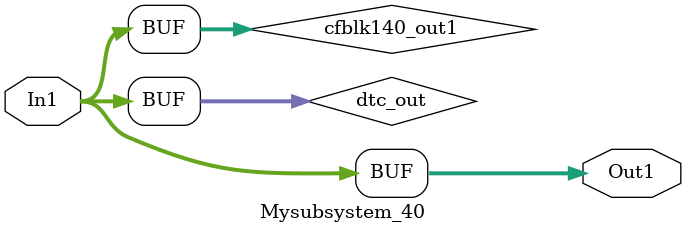
<source format=v>



`timescale 1 ns / 1 ns

module Mysubsystem_40
          (In1,
           Out1);


  input   [7:0] In1;  // uint8
  output  [7:0] Out1;  // uint8


  wire [7:0] dtc_out;  // ufix8
  wire [7:0] cfblk140_out1;  // uint8


  assign dtc_out = In1;



  assign cfblk140_out1 = dtc_out;



  assign Out1 = cfblk140_out1;

endmodule  // Mysubsystem_40


</source>
